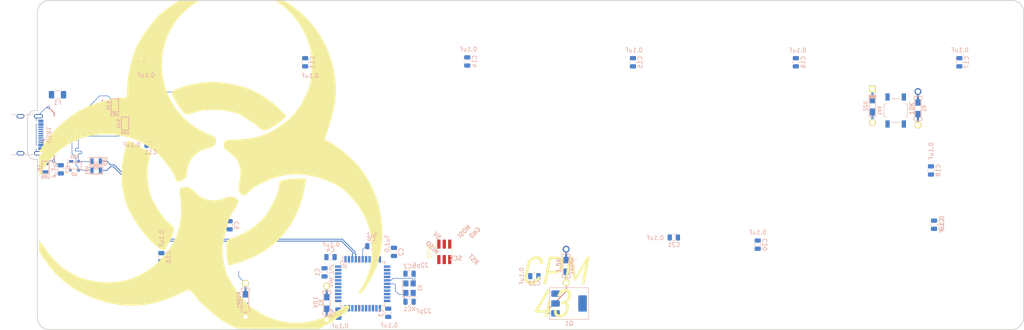
<source format=kicad_pcb>
(kicad_pcb (version 20221018) (generator pcbnew)
  (layers (0 "F.Cu" signal) (31 "B.Cu" signal) (34 "B.Paste" user) (35 "F.Paste" user) (36 "B.SilkS" user "B.Silkscreen") (37 "F.SilkS" user "F.Silkscreen") (38 "B.Mask" user) (39 "F.Mask" user) (44 "Edge.Cuts" user))
  (net 0 "")
  (net 1 "+5V")
  (net 2 "GND")
  (net 3 "ROW0")
  (net 4 "Net-(D13-Pad2)")
  (net 5 "ROW1")
  (net 6 "Net-(D22-Pad2)")
  (net 7 "ROW2")
  (net 8 "ROW3")
  (net 9 "VCC")
  (net 10 "Net-(LED1-Pad4)")
  (net 11 "COL0")
  (net 12 "COL1")
  (net 13 "COL2")
  (net 14 "COL3")
  (net 15 "COL4")
  (net 16 "COL5")
  (net 17 "COL6")
  (net 18 "COL7")
  (net 19 "COL8")
  (net 20 "COL9")
  (net 21 "COL10")
  (net 22 "COL11")
  (net 23 "LEDPWM")
  (net 24 "LEDGND")
  (net 25 "RST")
  (net 26 "RGBIN")
  (net 27 "MOSI")
  (net 28 "SCK")
  (net 29 "MISO")
  (net 30 "D+")
  (net 31 "D-")
  (net 32 "Net-(U1-UCAP)")
  (net 33 "Net-(USB1-SHIELD)")
  (net 34 "Net-(J1-Pin_2)")
  (net 35 "Net-(J1-Pin_3)")
  (net 36 "Net-(Q1-B)")
  (net 37 "Net-(U1-(~{HWB})PE2)")
  (net 42 "Net-(U1-XTAL1)")
  (net 43 "Net-(U1-XTAL2)")
  (net 45 "Net-(USB1-CC2)")
  (net 46 "Net-(USB1-CC1)")
  (footprint "Keebio-Parts:Diode-Hybrid-Back" (layer "F.Cu") (at 227.9015 84.7725 90)
    (fp_text reference "D22")
    (fp_text value "D" hide)
  )
  (footprint "Keebio-Parts:Resistor-Hybrid-Back" (layer "F.Cu") (at 156.5148 122.0724 90)
    (fp_text reference "NPNR1")
    (fp_text value "1.5k" hide)
  )
  (footprint "Keebio-Parts:Resistor-Hybrid-Back" (layer "F.Cu") (at 238.506 85.344 90)
    (fp_text reference "R1")
    (fp_text value "10k" hide)
  )
  (footprint "Keebio-Parts:Resistor-Hybrid-Back" (layer "F.Cu") (at 100.711 130.7084 -90)
    (fp_text reference "R2")
    (fp_text value "10k" hide)
  )
  (footprint "Keebio-Parts:Resistor-Hybrid-Back" (layer "F.Cu") (at 81.788 130.048 -90)
    (fp_text reference "RGBR1")
    (fp_text value "470" hide)
  )
  (footprint "Mixed Lib:CPM12deg" (layer "F.Cu") (at 74.549 97.79)
    (fp_text reference "G***" hide)
    (fp_text value "LOGO" hide)
  )
  (footprint "Mixed Lib:CPMtitle4" (layer "F.Cu") (at 158.623 122.3645)
    (fp_text reference "G***" hide)
    (fp_text value "LOGO" hide)
  )
  (footprint "Connector_PinSocket_1.27mm:PinSocket_2x03_P1.27mm_Vertical_SMD" (layer "F.Cu") (at 128.1176 118.7958 90)
    (fp_text reference "SPI1")
    (fp_text value "2x3 SPI")
  )
  (footprint "Capacitor_SMD:C_0805_2012Metric" (layer "B.Cu") (at 100.203 123.571 -90)
    (fp_text reference "C1")
    (fp_text value "0.1uf")
  )
  (footprint "Capacitor_SMD:C_0805_2012Metric" (layer "B.Cu") (at 116.38534 118.80596 90)
    (fp_text reference "C2")
    (fp_text value "0.1uF")
  )
  (footprint "Capacitor_SMD:C_0805_2012Metric" (layer "B.Cu") (at 115.0493 132.9944 -90)
    (fp_text reference "C3")
    (fp_text value "0.1uF")
  )
  (footprint "Capacitor_SMD:C_0805_2012Metric" (layer "B.Cu") (at 101.6 120.015 180)
    (fp_text reference "C4")
    (fp_text value "4.7uF")
  )
  (footprint "Capacitor_SMD:C_0805_2012Metric" (layer "B.Cu") (at 38.735 99.568 90)
    (fp_text reference "C7")
    (fp_text value "4.7uF")
  )
  (footprint "Capacitor_SMD:C_0805_2012Metric" (layer "B.Cu") (at 78.0796 112.5982 90)
    (fp_text reference "C9")
    (fp_text value "0.1uF")
  )
  (footprint "Capacitor_SMD:C_0805_2012Metric" (layer "B.Cu") (at 62.1792 120.0404 90)
    (fp_text reference "C10")
    (fp_text value "0.1uF")
  )
  (footprint "Capacitor_SMD:C_0805_2012Metric" (layer "B.Cu") (at 59.69 93.853)
    (fp_text reference "C11")
    (fp_text value "0.1uF")
  )
  (footprint "Capacitor_SMD:C_0805_2012Metric" (layer "B.Cu") (at 57.404 74.422 90)
    (fp_text reference "C12" hide)
    (fp_text value "0.1uF")
  )
  (footprint "Capacitor_SMD:C_0805_2012Metric" (layer "B.Cu") (at 95.6945 74.6125 90)
    (fp_text reference "C13")
    (fp_text value "0.1uF")
  )
  (footprint "Capacitor_SMD:C_0805_2012Metric" (layer "B.Cu") (at 133.477 74.422 90)
    (fp_text reference "C14")
    (fp_text value "0.1uF")
  )
  (footprint "Capacitor_SMD:C_0805_2012Metric" (layer "B.Cu") (at 172.085 74.6125 90)
    (fp_text reference "C15")
    (fp_text value "0.1uF")
  )
  (footprint "Capacitor_SMD:C_0805_2012Metric" (layer "B.Cu") (at 248.158 74.6125 90)
    (fp_text reference "C17")
    (fp_text value "0.1uF")
  )
  (footprint "Capacitor_SMD:C_0805_2012Metric" (layer "B.Cu") (at 241.554 99.822 90)
    (fp_text reference "C18")
    (fp_text value "0.1uF")
  )
  (footprint "Capacitor_SMD:C_0805_2012Metric" (layer "B.Cu") (at 242.2652 112.4712 90)
    (fp_text reference "C19")
    (fp_text value "0.1uF")
  )
  (footprint "Capacitor_SMD:C_0805_2012Metric" (layer "B.Cu") (at 201.168 117.114 90)
    (fp_text reference "C20")
    (fp_text value "0.1uF")
  )
  (footprint "Capacitor_SMD:C_0805_2012Metric" (layer "B.Cu") (at 181.61 115.443)
    (fp_text reference "C21")
    (fp_text value "0.1uF")
  )
  (footprint "Capacitor_SMD:C_0805_2012Metric" (layer "B.Cu") (at 149.098 124.46)
    (fp_text reference "C22")
    (fp_text value "0.1uF")
  )
  (footprint "miketronic_fplib:SW_SPST_TL3342" (layer "B.Cu") (at 233.3244 85.852 -90)
    (fp_text reference "SW1")
    (fp_text value "SW_PUSH")
  )
  (footprint "Keebio-Parts:TQFP-44_10x10mm_Pitch0.8mm" (layer "B.Cu") (at 109.093 126.238 -90)
    (fp_text reference "U1")
    (fp_text value "ATmega32U4")
  )
  (footprint "PCM_Package_TO_SOT_SMD_AKL:SOT-223-3_TabPin2" (layer "B.Cu") (at 157.19552 130.83032)
    (fp_text reference "Q1")
    (fp_text value "Q_NPN_BCE" hide)
  )
  (footprint "Capacitor_SMD:C_0805_2012Metric" (layer "B.Cu") (at 120.015 123.8758 180)
    (fp_text reference "XC2")
    (fp_text value "22pF")
  )
  (footprint "Connector_USB:USB_C_Receptacle_GCT_USB4105-xx-A_16P_TopMnt_Horizontal" (layer "B.Cu") (at 30.4165 91.5035 90)
    (fp_text reference "USB1")
    (fp_text value "HRO-TYPE-C-31-M-12")
  )
  (footprint "Keebio-Parts:Crystal_SMD_3225-4pin_3.2x2.5mm" (layer "B.Cu") (at 120.015 127.254 90)
    (fp_text reference "X1")
    (fp_text value "Crystal_GND24")
  )
  (footprint "Capacitor_SMD:C_0805_2012Metric" (layer "B.Cu") (at 210.058 74.6125 90)
    (fp_text reference "C16")
    (fp_text value "0.1uF")
  )
  (footprint "Capacitor_SMD:C_0805_2012Metric" (layer "B.Cu") (at 111.125 117.475 180)
    (fp_text reference "C6")
    (fp_text value "1uF")
  )
  (footprint "Keebio-Parts:SOT-143B" (layer "B.Cu") (at 41.91 98.7425)
    (fp_text reference "U2")
    (fp_text value "PRTR5V0U2X" hide)
  )
  (footprint "Fuse:Fuse_1206_3216Metric" (layer "B.Cu") (at 37.973 82.169)
    (fp_text reference "F1")
    (fp_text value "500mA Hold")
  )
  (footprint "Keebio-Parts:R_0805" (layer "B.Cu") (at 46.99 99.80676)
    (fp_text reference "UR1")
    (fp_text value "22")
  )
  (footprint "Keebio-Parts:R_0805" (layer "B.Cu") (at 46.99 97.663 180)
    (fp_text reference "UR2")
    (fp_text value "22")
  )
  (footprint "Keebio-Parts:R_0805" (layer "B.Cu") (at 51.34864 84.66582 90)
    (fp_text reference "UR3")
    (fp_text value "5.1k")
  )
  (footprint "Keebio-Parts:R_0805" (layer "B.Cu") (at 35.179 99.187 90)
    (fp_text reference "UR5")
    (fp_text value "1M")
  )
  (footprint "Keebio-Parts:R_0805" (layer "B.Cu") (at 53.721 88.9 90)
    (fp_text reference "UR4")
    (fp_text value "5.1k")
  )
  (footprint "Capacitor_SMD:C_0805_2012Metric" (layer "B.Cu") (at 103.44404 133.18744 -90)
    (fp_text reference "C5")
    (fp_text value "0.1uF")
  )
  (footprint "Capacitor_SMD:C_0805_2012Metric" (layer "B.Cu") (at 120.015 130.429)
    (fp_text reference "XC1")
    (fp_text value "22pF")
  )
  (gr_arc (start 36.068 136.906) (mid 34.092344 136.087656) (end 33.274 134.112) (stroke (width 0.2)) (layer "Edge.Cuts"))
  (gr_arc (start 263.144 134.112) (mid 262.325656 136.087656) (end 260.35 136.906) (stroke (width 0.2)) (layer "Edge.Cuts"))
  (gr_arc (start 260.35 60.198) (mid 262.325656 61.016344) (end 263.144 62.992) (stroke (width 0.2)) (layer "Edge.Cuts"))
  (gr_arc (start 30.988 87.63) (mid 31.508764 86.372764) (end 32.766 85.852) (stroke (width 0.2)) (layer "Edge.Cuts"))
  (gr_arc (start 32.766 97.282) (mid 31.508764 96.761236) (end 30.988 95.504) (stroke (width 0.2)) (layer "Edge.Cuts"))
  (gr_line (start 33.274 62.992) (end 33.274 85.852) (stroke (width 0.2)) (layer "Edge.Cuts"))
  (gr_line (start 260.35 136.906) (end 36.068 136.906) (stroke (width 0.2)) (layer "Edge.Cuts"))
  (gr_line (start 32.766 85.852) (end 33.274 85.852) (stroke (width 0.2)) (layer "Edge.Cuts"))
  (gr_line (start 36.068 60.198) (end 260.35 60.198) (stroke (width 0.2)) (layer "Edge.Cuts"))
  (gr_arc (start 33.274 62.992) (mid 34.092344 61.016344) (end 36.068 60.198) (stroke (width 0.2)) (layer "Edge.Cuts"))
  (gr_line (start 263.144 62.992) (end 263.144 134.112) (stroke (width 0.2)) (layer "Edge.Cuts"))
  (gr_line (start 33.274 97.282) (end 33.274 134.112) (stroke (width 0.2)) (layer "Edge.Cuts"))
  (gr_line (start 33.274 97.282) (end 32.766 97.282) (stroke (width 0.2)) (layer "Edge.Cuts"))
  (gr_line (start 30.988 87.63) (end 30.988 95.504) (stroke (width 0.2)) (layer "Edge.Cuts"))
  (gr_text "RST\n" (at 134.9502 120.5992 -45) (layer "B.SilkS") (effects (font (size 1 1) (thickness 0.2)) (justify mirror)))
  (gr_text "0.1uF" (at 55.245 93.8022) (layer "B.SilkS") (effects (font (size 1 1)) (justify mirror)))
  (gr_text "0.1uF" (at 62.23508 115.74272 90) (layer "B.SilkS") (effects (font (size 1 1)) (justify mirror)))
  (gr_text "0.1uF" (at 248.24436 71.74992) (layer "B.SilkS") (effects (font (size 1 1)) (justify mirror)))
  (gr_text "0.1uF" (at 177.22088 115.5192) (layer "B.SilkS") (effects (font (size 1 1)) (justify mirror)))
  (gr_text "0.1uF" (at 146.1262 124.50572 90) (layer "B.SilkS") (effects (font (size 1 1)) (justify mirror)))
  (gr_text "0.1uF" (at 114.85372 116.84508 90) (layer "B.SilkS") (effects (font (size 1 1))))
  (gr_text "0.1uF" (at 244.08384 112.44072 90) (layer "B.SilkS") (effects (font (size 1 1)) (justify mirror)))
  (gr_text "0.1uF" (at 201.13752 114.2492) (layer "B.SilkS") (effects (font (size 1 1)) (justify mirror)))
  (gr_text "0.1uF" (at 103.74884 136.05764) (layer "B.SilkS") (effects (font (size 1 1)) (justify mirror)))
  (gr_text "4.7uF\n" (at 37.2364 99.4918 90) (layer "B.SilkS") (effects (font (size 1 1) (thickness 0.2))))
  (gr_text "10K\n" (at 98.1456 130.6322 90) (layer "B.SilkS") (effects (font (size 1 1)) (justify mirror)))
  (gr_text "0.1uF" (at 101.69906 117.06606) (layer "B.SilkS") (effects (font (size 1 1)) (justify mirror)))
  (gr_text "0.1uF" (at 241.56416 95.33636 90) (layer "B.SilkS") (effects (font (size 1 1)) (justify mirror)))
  (gr_text "1uF" (at 111.3282 114.8334) (layer "B.SilkS") (effects (font (size 1 1))))
  (gr_text "0.1uF" (at 115.2398 135.91032) (layer "B.SilkS") (effects (font (size 1 1)) (justify mirror)))
  (gr_text "4.7uF" (at 101.78796 123.54814 270) (layer "B.SilkS") (effects (font (size 1 1)) (justify mirror)))
  (gr_text "0.1uF" (at 96.8248 77.74432) (layer "B.SilkS") (effects (font (size 1 1)) (justify mirror)))
  (gr_text "0.1uF" (at 210.44408 71.80072) (layer "B.SilkS") (effects (font (size 1 1)) (justify mirror)))
  (gr_text "0.1uF" (at 133.71576 71.5772) (layer "B.SilkS") (effects (font (size 1 1)) (justify mirror)))
  (gr_text "0.1uF" (at 172.27804 71.76516) (layer "B.SilkS") (effects (font (size 1 1)) (justify mirror)))
  (gr_text "10K\n" (at 237.07344 85.36432 90) (layer "B.SilkS") (effects (font (size 1 1) (thickness 0.2))))
  (gr_text "22pF\n" (at 123.2662 132.6007) (layer "B.SilkS") (effects (font (size 1 1)) (justify mirror)))
  (gr_text "1.5K\n\n" (at 155.64104 121.91492 90) (layer "B.SilkS") (effects (font (size 1 1) (thickness 0.2))))
  (gr_text "22pF\n" (at 122.61088 121.93016) (layer "B.SilkS") (effects (font (size 1 1)) (justify mirror)))
  (gr_text "5V\n" (at 126.4285 115.062 -45) (layer "B.SilkS") (effects (font (size 1 1) (thickness 0.2)) (justify mirror)))
  (gr_text "MOSI" (at 132.7531 114.046 45) (layer "B.SilkS") (effects (font (size 1 1) (thickness 0.2)) (justify mirror)))
  (gr_text "MISO" (at 125.3236 117.8179 -45) (layer "B.SilkS") (effects (font (size 1 1) (thickness 0.2)) (justify mirror)))
  (gr_text "SCK" (at 130.77952 120.30456) (layer "B.SilkS") (effects (font (size 1 1) (thickness 0.2)) (justify mirror)))
  (gr_text "GND" (at 135.2677 114.3762 45) (layer "B.SilkS") (effects (font (size 1 1) (thickness 0.2)) (justify mirror)))
  (gr_text "0.1uF" (at 58.58256 77.60716) (layer "B.SilkS") (effects (font (size 1 1)) (justify mirror)))
  (segment (start 48.39996 83.36196) (end 48.39996 84.40648) (width 0.127) (layer "F.Cu") (net 4))
  (segment (start 48.4124 83.79892) (end 48.43996 83.82648) (width 0.127) (layer "F.Cu") (net 4))
  (segment (start 81.788 126.148) (end 80.2015 124.5615) (width 0.127) (layer "B.Cu") (net 10))
  (segment (start 80.2015 124.5615) (end 80.2015 123.304) (width 0.127) (layer "B.Cu") (net 10))
  (segment (start 104.3602 115.853) (end 64.2282 115.853) (width 0.2) (layer "B.Cu") (net 30))
  (segment (start 56.994 108.6188) (end 56.994 104.3008) (width 0.2) (layer "B.Cu") (net 30))
  (segment (start 50.311881 98.50988) (end 49.465001 97.663) (width 0.2) (layer "B.Cu") (net 30))
  (segment (start 49.465001 97.663) (end 48.34 97.663) (width 0.2) (layer "B.Cu") (net 30))
  (segment (start 51.20308 98.50988) (end 50.311881 98.50988) (width 0.2) (layer "B.Cu") (net 30))
  (segment (start 56.994 104.3008) (end 51.20308 98.50988) (width 0.2) (layer "B.Cu") (net 30))
  (segment (start 64.2282 115.853) (end 56.994 108.6188) (width 0.2) (layer "B.Cu") (net 30))
  (segment (start 107.31775 118.81055) (end 104.3602 115.853) (width 0.2) (layer "B.Cu") (net 30))
  (segment (start 107.4928 120.523) (end 107.4928 119.379999) (width 0.2) (layer "B.Cu") (net 30))
  (segment (start 107.4928 119.379999) (end 107.31775 119.204949) (width 0.2) (layer "B.Cu") (net 30))
  (segment (start 107.31775 119.204949) (end 107.31775 118.81055) (width 0.2) (layer "B.Cu") (net 30))
  (segment (start 57.791832 110.293215) (end 57.762685 110.353741) (width 0.2) (layer "B.Cu") (net 31))
  (segment (start 57.621432 110.665371) (end 57.63638 110.730865) (width 0.2) (layer "B.Cu") (net 31))
  (segment (start 57.665528 110.791391) (end 57.707413 110.843914) (width 0.2) (layer "B.Cu") (net 31))
  (segment (start 58.018628 110.914946) (end 58.079154 110.885799) (width 0.2) (layer "B.Cu") (net 31))
  (segment (start 104.1738 116.303) (end 106.86775 118.99695) (width 0.2) (layer "B.Cu") (net 31))
  (segment (start 57.707413 110.843914) (end 57.759935 110.885799) (width 0.2) (layer "B.Cu") (net 31))
  (segment (start 57.806781 110.160542) (end 57.806781 110.227721) (width 0.2) (layer "B.Cu") (net 31))
  (segment (start 58.323605 110.744546) (end 58.390784 110.744546) (width 0.2) (layer "B.Cu") (net 31))
  (segment (start 58.131677 110.843914) (end 58.145063 110.830527) (width 0.2) (layer "B.Cu") (net 31))
  (segment (start 56.544 104.4872) (end 56.544 108.8052) (width 0.2) (layer "B.Cu") (net 31))
  (segment (start 58.197585 110.788642) (end 58.258111 110.759494) (width 0.2) (layer "B.Cu") (net 31))
  (segment (start 51.01668 98.95988) (end 56.544 104.4872) (width 0.2) (layer "B.Cu") (net 31))
  (segment (start 57.820461 110.914946) (end 57.885955 110.929895) (width 0.2) (layer "B.Cu") (net 31))
  (segment (start 58.079154 110.885799) (end 58.131677 110.843914) (width 0.2) (layer "B.Cu") (net 31))
  (segment (start 57.791832 110.095048) (end 57.806781 110.160542) (width 0.2) (layer "B.Cu") (net 31))
  (segment (start 58.569328 110.830528) (end 64.0418 116.303) (width 0.2) (layer "B.Cu") (net 31))
  (segment (start 57.707413 110.41965) (end 57.665528 110.472172) (width 0.2) (layer "B.Cu") (net 31))
  (segment (start 48.34 99.80676) (end 49.465001 99.80676) (width 0.2) (layer "B.Cu") (net 31))
  (segment (start 106.6927 119.379999) (end 106.6927 120.523) (width 0.2) (layer "B.Cu") (net 31))
  (segment (start 58.516804 110.788642) (end 58.569328 110.830528) (width 0.2) (layer "B.Cu") (net 31))
  (segment (start 57.7208 109.982) (end 57.762685 110.034522) (width 0.2) (layer "B.Cu") (net 31))
  (segment (start 57.885955 110.929895) (end 57.953134 110.929895) (width 0.2) (layer "B.Cu") (net 31))
  (segment (start 57.63638 110.730865) (end 57.665528 110.791391) (width 0.2) (layer "B.Cu") (net 31))
  (segment (start 57.762685 110.353741) (end 57.7208 110.406264) (width 0.2) (layer "B.Cu") (net 31))
  (segment (start 106.86775 118.99695) (end 106.86775 119.204949) (width 0.2) (layer "B.Cu") (net 31))
  (segment (start 58.145063 110.830527) (end 58.197585 110.788642) (width 0.2) (layer "B.Cu") (net 31))
  (segment (start 49.465001 99.80676) (end 50.311881 98.95988) (width 0.2) (layer "B.Cu") (net 31))
  (segment (start 57.759935 110.885799) (end 57.820461 110.914946) (width 0.2) (layer "B.Cu") (net 31))
  (segment (start 58.258111 110.759494) (end 58.323605 110.744546) (width 0.2) (layer "B.Cu") (net 31))
  (segment (start 64.0418 116.303) (end 104.1738 116.303) (width 0.2) (layer "B.Cu") (net 31))
  (segment (start 57.762685 110.034522) (end 57.791832 110.095048) (width 0.2) (layer "B.Cu") (net 31))
  (segment (start 57.665528 110.472172) (end 57.63638 110.532698) (width 0.2) (layer "B.Cu") (net 31))
  (segment (start 57.7208 110.406264) (end 57.707413 110.41965) (width 0.2) (layer "B.Cu") (net 31))
  (segment (start 58.456278 110.759494) (end 58.516804 110.788642) (width 0.2) (layer "B.Cu") (net 31))
  (segment (start 50.311881 98.95988) (end 51.01668 98.95988) (width 0.2) (layer "B.Cu") (net 31))
  (segment (start 57.63638 110.532698) (end 57.621432 110.598192) (width 0.2) (layer "B.Cu") (net 31))
  (segment (start 57.621432 110.598192) (end 57.621432 110.665371) (width 0.2) (layer "B.Cu") (net 31))
  (segment (start 57.953134 110.929895) (end 58.018628 110.914946) (width 0.2) (layer "B.Cu") (net 31))
  (segment (start 56.544 108.8052) (end 57.7208 109.982) (width 0.2) (layer "B.Cu") (net 31))
  (segment (start 106.86775 119.204949) (end 106.6927 119.379999) (width 0.2) (layer "B.Cu") (net 31))
  (segment (start 58.390784 110.744546) (end 58.456278 110.759494) (width 0.2) (layer "B.Cu") (net 31))
  (segment (start 57.806781 110.227721) (end 57.791832 110.293215) (width 0.2) (layer "B.Cu") (net 31))
  (segment (start 109.093 120.523) (end 109.093 118.257) (width 0.127) (layer "B.Cu") (net 32))
  (segment (start 109.093 118.257) (end 109.875 117.475) (width 0.127) (layer "B.Cu") (net 32))
  (segment (start 35.288211 96.421426) (end 34.599385 95.7326) (width 0.127) (layer "F.Cu") (net 33))
  (segment (start 34.599385 95.7326) (end 34.599385 92.964) (width 0.127) (layer "F.Cu") (net 33))
  (segment (start 35.288211 98.331517) (end 35.288211 96.421426) (width 0.127) (layer "F.Cu") (net 33))
  (segment (start 37.1965 97.4235) (end 37.084 97.536) (width 0.127) (layer "F.Cu") (net 33))
  (segment (start 34.599385 92.964) (end 35.052 92.456) (width 0.127) (layer "F.Cu") (net 33))
  (segment (start 35.8902 85.1408) (end 37.1965 86.4471) (width 0.127) (layer "F.Cu") (net 33))
  (segment (start 37.1965 95.8235) (end 37.1965 97.4235) (width 0.127) (layer "F.Cu") (net 33))
  (segment (start 37.1965 86.4471) (end 37.1965 87.1835) (width 0.127) (layer "F.Cu") (net 33))
  (via (at 37.084 97.536) (size 0.6) (drill 0.3) (layers "F.Cu" "B.Cu") (net 33))
  (via (at 35.8902 85.1408) (size 0.6) (drill 0.3) (layers "F.Cu" "B.Cu") (net 33))
  (segment (start 35.3592 85.1408) (end 35.8902 85.1408) (width 0.127) (layer "B.Cu") (net 33))
  (segment (start 33.3165 87.1835) (end 33.0165 87.1835) (width 0.127) (layer "B.Cu") (net 33))
  (segment (start 33.0165 95.8235) (end 33.3165 95.8235) (width 0.127) (layer "B.Cu") (net 33))
  (segment (start 37.084 97.536) (end 37.866 98.318) (width 0.127) (layer "B.Cu") (net 33))
  (segment (start 35.48 97.536) (end 35.179 97.837) (width 0.127) (layer "B.Cu") (net 33))
  (segment (start 37.084 97.536) (end 35.48 97.536) (width 0.127) (layer "B.Cu") (net 33))
  (segment (start 33.3165 95.8235) (end 35.179 97.686) (width 0.127) (layer "B.Cu") (net 33))
  (segment (start 37.866 98.318) (end 38.735 98.318) (width 0.127) (layer "B.Cu") (net 33))
  (segment (start 33.3165 87.1835) (end 35.3592 85.1408) (width 0.127) (layer "B.Cu") (net 33))
  (segment (start 33.0165 87.1835) (end 33.0165 95.8235) (width 0.127) (layer "B.Cu") (net 33))
  (segment (start 35.179 97.686) (end 35.179 97.837) (width 0.127) (layer "B.Cu") (net 33))
  (segment (start 42.1894 90.551) (end 41.9608 91.9226) (width 0.127) (layer "F.Cu") (net 34))
  (segment (start 41.9608 91.9226) (end 41.1988 91.9226) (width 0.127) (layer "F.Cu") (net 34))
  (via (at 42.1894 90.551) (size 0.6) (drill 0.3) (layers "F.Cu" "B.Cu") (net 34))
  (via (at 41.1988 91.9226) (size 0.6) (drill 0.3) (layers "F.Cu" "B.Cu") (net 34))
  (segment (start 40.1547 92.0623) (end 39.9635 92.2535) (width 0.127) (layer "B.Cu") (net 34))
  (segment (start 52.896079 84.289321) (end 55.9562 81.2292) (width 0.127) (layer "B.Cu") (net 34))
  (segment (start 42.86 99.7425) (end 45.57574 99.7425) (width 0.127) (layer "B.Cu") (net 34))
  (segment (start 41.3385 95.8596) (end 41.3385 92.4433) (width 0.127) (layer "B.Cu") (net 34))
  (segment (start 41.3385 92.4433) (end 40.9575 92.0623) (width 0.127) (layer "B.Cu") (net 34))
  (segment (start 40.9575 92.0623) (end 40.1547 92.0623) (width 0.127) (layer "B.Cu") (net 34))
  (segment (start 37.2595 92.2535) (end 38.6115 92.2535) (width 0.127) (layer "B.Cu") (net 34))
  (segment (start 42.2656 96.7867) (end 41.3385 95.8596) (width 0.127) (layer "B.Cu") (net 34))
  (segment (start 37.144218 91.694) (end 37.162999 91.694) (width 0.127) (layer "B.Cu") (net 34))
  (segment (start 37.162999 92.156999) (end 37.2595 92.2535) (width 0.127) (layer "B.Cu") (net 34))
  (segment (start 42.7291 99.0155) (end 42.2656 98.552) (width 0.127) (layer "B.Cu") (net 34))
  (segment (start 42.2656 98.552) (end 42.2656 96.7867) (width 0.127) (layer "B.Cu") (net 34))
  (segment (start 42.86 99.7425) (end 42.7291 99.6116) (width 0.127) (layer "B.Cu") (net 34))
  (segment (start 42.7291 99.6116) (end 42.7291 99.0155) (width 0.127) (layer "B.Cu") (net 34))
  (segment (start 37.2595 91.2535) (end 37.162999 91.350001) (width 0.127) (layer "B.Cu") (net 34))
  (segment (start 44.6278 91.1352) (end 46.952994 91.1352) (width 0.127) (layer "B.Cu") (net 34))
  (segment (start 40.9575 92.0623) (end 41.0591 92.0623) (width 0.127) (layer "B.Cu") (net 34))
  (segment (start 45.57574 99.7425) (end 45.64 99.80676) (width 0.127) (layer "B.Cu") (net 34))
  (segment (start 50.838679 84.289321) (end 52.896079 84.289321) (width 0.127) (layer "B.Cu") (net 34))
  (segment (start 41.0591 92.0623) (end 41.1988 91.9226) (width 0.127) (layer "B.Cu") (net 34))
  (segment (start 38.6115 91.2535) (end 37.2595 91.2535) (width 0.127) (layer "B.Cu") (net 34))
  (segment (start 49.594448 88.493746) (end 49.594448 85.533552) (width 0.127) (layer "B.Cu") (net 34))
  (segment (start 55.9562 81.2292) (end 63.119 81.2292) (width 0.127) (layer "B.Cu") (net 34))
  (segment (start 37.162999 91.350001) (end 37.162999 91.694) (width 0.127) (layer "B.Cu") (net 34))
  (segment (start 39.9635 92.2535) (end 38.6115 92.2535) (width 0.127) (layer "B.Cu") (net 34))
  (segment (start 49.594448 85.533552) (end 50.838679 84.289321) (width 0.127) (layer "B.Cu") (net 34))
  (segment (start 37.162999 91.694) (end 37.162999 92.156999) (width 0.127) (layer "B.Cu") (net 34))
  (segment (start 44.0436 90.551) (end 44.6278 91.1352) (width 0.127) (layer "B.Cu") (net 34))
  (segment (start 42.1894 90.551) (end 44.0436 90.551) (width 0.127) (layer "B.Cu") (net 34))
  (segment (start 46.952994 91.1352) (end 49.594448 88.493746) (width 0.127) (layer "B.Cu") (net 34))
  (segment (start 50.985827 84.576331) (end 53.015469 84.576331) (width 0.127) (layer "B.Cu") (net 35))
  (segment (start 41.529 91.186) (end 40.060001 91.186) (width 0.127) (layer "B.Cu") (net 35))
  (segment (start 41.529 91.186) (end 44.196 91.186) (width 0.127) (layer "B.Cu") (net 35))
  (segment (start 42.852479 94.481956) (end 42.86 94.4152) (width 0.127) (layer "B.Cu") (net 35))
  (segment (start 42.92545 96.028153) (end 42.972953 95.98065) (width 0.127) (layer "B.Cu") (net 35))
  (segment (start 42.093845 95.081956) (end 42.086323 95.0152) (width 0.127) (layer "B.Cu") (net 35))
  (segment (start 42.319567 95.307678) (end 42.256158 95.28549) (width 0.127) (layer "B.Cu") (net 35))
  (segment (start 43.093243 95.922721) (end 43.16 95.9152) (width 0.127) (layer "B.Cu") (net 35))
  (segment (start 43.463842 95.344909) (end 43.400433 95.322721) (width 0.127) (layer "B.Cu") (net 35))
  (segment (start 40.060001 91.186) (end 40.060001 91.656999) (width 0.127) (layer "B.Cu") (net 35))
  (segment (start 56.0578 81.534) (end 65.659 81.534) (width 0.127) (layer "B.Cu") (net 35))
  (segment (start 43.603967 95.485034) (end 43.568226 95.428153) (width 0.127) (layer "B.Cu") (net 35))
  (segment (start 43.626155 95.681956) (end 43.633677 95.6152) (width 0.127) (layer "B.Cu") (net 35))
  (segment (start 42.830291 94.545365) (end 42.852479 94.481956) (width 0.127) (layer "B.Cu") (net 35))
  (segment (start 38.6115 90.7535) (end 39.9635 90.7535) (width 0.127) (layer "B.Cu") (net 35))
  (segment (start 42.86 97.7425) (end 45.5605 97.7425) (width 0.127) (layer "B.Cu") (net 35))
  (segment (start 42.747047 94.649749) (end 42.79455 94.602246) (width 0.127) (layer "B.Cu") (net 35))
  (segment (start 43.520723 95.38065) (end 43.463842 95.344909) (width 0.127) (layer "B.Cu") (net 35))
  (segment (start 43.568226 95.428153) (end 43.520723 95.38065) (width 0.127) (layer "B.Cu") (net 35))
  (segment (start 42.151774 94.828153) (end 42.199277 94.78065) (width 0.127) (layer "B.Cu") (net 35))
  (segment (start 42.690166 94.68549) (end 42.747047 94.649749) (width 0.127) (layer "B.Cu") (net 35))
  (segment (start 42.093845 94.948443) (end 42.116033 94.885034) (width 0.127) (layer "B.Cu") (net 35))
  (segment (start 49.881459 85.680699) (end 50.985827 84.576331) (width 0.127) (layer "B.Cu") (net 35))
  (segment (start 39.9635 90.7535) (end 40.060001 90.850001) (width 0.127) (layer "B.Cu") (net 35))
  (segment (start 43.568226 95.802246) (end 43.603967 95.745365) (width 0.127) (layer "B.Cu") (net 35))
  (segment (start 43.400433 95.907678) (end 43.463842 95.88549) (width 0.127) (layer "B.Cu") (net 35))
  (segment (start 42.86 92.517) (end 41.529 91.186) (width 0.127) (layer "B.Cu") (net 35))
  (segment (start 42.116033 94.885034) (end 42.151774 94.828153) (width 0.127) (layer "B.Cu") (net 35))
  (segment (start 44.45 91.44) (end 47.0916 91.44) (width 0.127) (layer "B.Cu") (net 35))
  (segment (start 42.086323 95.0152) (end 42.093845 94.948443) (width 0.127) (layer "B.Cu") (net 35))
  (segment (start 42.116033 95.145365) (end 42.093845 95.081956) (width 0.127) (layer "B.Cu") (net 35))
  (segment (start 42.79455 94.602246) (end 42.830291 94.545365) (width 0.127) (layer "B.Cu") (net 35))
  (segment (start 43.633677 95.6152) (end 43.626155 95.548443) (width 0.127) (layer "B.Cu") (net 35))
  (segment (start 43.029834 95.944909) (end 43.093243 95.922721) (width 0.127) (layer "B.Cu") (net 35))
  (segment (start 42.256158 95.28549) (end 42.199277 95.249749) (width 0.127) (layer "B.Cu") (net 35))
  (segment (start 43.520723 95.849749) (end 43.568226 95.802246) (width 0.127) (layer "B.Cu") (net 35))
  (segment (start 42.386323 95.3152) (end 42.319567 95.307678) (width 0.127) (layer "B.Cu") (net 35))
  (segment (start 39.9635 91.7535) (end 38.6115 91.7535) (width 0.127) (layer "B.Cu") (net 35))
  (segment (start 42.86 94.4152) (end 42.86 92.517) (width 0.127) (layer "B.Cu") (net 35))
  (segment (start 42.199277 94.78065) (end 42.256158 94.744909) (width 0.127) (layer "B.Cu") (net 35))
  (segment (start 43.603967 95.745365) (end 43.626155 95.681956) (width 0.127) (layer "B.Cu") (net 35))
  (segment (start 40.060001 90.850001) (end 40.060001 91.186) (width 0.127) (layer "B.Cu") (net 35))
  (segment (start 42.151774 95.202246) (end 42.116033 95.145365) (width 0.127) (layer "B.Cu") (net 35))
  (segment (start 43.463842 95.88549) (end 43.520723 95.849749) (width 0.127) (layer "B.Cu") (net 35))
  (segment (start 42.626757 94.707678) (end 42.690166 94.68549) (width 0.127) (layer "B.Cu") (net 35))
  (segment (start 42.386323 94.7152) (end 42.56 94.7152) (width 0.127) (layer "B.Cu") (net 35))
  (segment (start 42.256158 94.744909) (end 42.319567 94.722721) (width 0.127) (layer "B.Cu") (net 35))
  (segment (start 42.889709 96.085034) (end 42.92545 96.028153) (width 0.127) (layer "B.Cu") (net 35))
  (segment (start 42.86 97.7425) (end 42.86 96.2152) (width 0.127) (layer "B.Cu") (net 35))
  (segment (start 43.400433 95.322721) (end 43.333677 95.3152) (width 0.127) (layer "B.Cu") (net 35))
  (segment (start 42.199277 95.249749) (end 42.151774 95.202246) (width 0.127) (layer "B.Cu") (net 35))
  (segment (start 43.333677 95.3152) (end 42.386323 95.3152) (width 0.127) (layer "B.Cu") (net 35))
  (segment (start 42.56 94.7152) (end 42.626757 94.707678) (width 0.127) (layer "B.Cu") (net 35))
  (segment (start 49.881459 88.650141) (end 49.881459 85.680699) (width 0.127) (layer "B.Cu") (net 35))
  (segment (start 42.972953 95.98065) (end 43.029834 95.944909) (width 0.127) (layer "B.Cu") (net 35))
  (segment (start 47.0916 91.44) (end 49.881459 88.650141) (width 0.127) (layer "B.Cu") (net 35))
  (segment (start 42.867521 96.148443) (end 42.889709 96.085034) (width 0.127) (layer "B.Cu") (net 35))
  (segment (start 45.5605 97.7425) (end 45.64 97.663) (width 0.127) (layer "B.Cu") (net 35))
  (segment (start 43.626155 95.548443) (end 43.603967 95.485034) (width 0.127) (layer "B.Cu") (net 35))
  (segment (start 42.319567 94.722721) (end 42.386323 94.7152) (width 0.127) (layer "B.Cu") (net 35))
  (segment (start 43.333677 95.9152) (end 43.400433 95.907678) (width 0.127) (layer "B.Cu") (net 35))
  (segment (start 44.196 91.186) (end 44.45 91.44) (width 0.127) (layer "B.Cu") (net 35))
  (segment (start 43.16 95.9152) (end 43.333677 95.9152) (width 0.127) (layer "B.Cu") (net 35))
  (segment (start 42.86 96.2152) (end 42.867521 96.148443) (width 0.127) (layer "B.Cu") (net 35))
  (segment (start 40.060001 91.656999) (end 39.9635 91.7535) (width 0.127) (layer "B.Cu") (net 35))
  (segment (start 53.015469 84.576331) (end 56.0578 81.534) (width 0.127) (layer "B.Cu") (net 35))
  (segment (start 152.0698 132.443136) (end 156.591 127.921936) (width 0.127) (layer "F.Cu") (net 36))
  (segment (start 156.591 126.7968) (end 156.5148 125.9724) (width 0.127) (layer "F.Cu") (net 36))
  (segment (start 156.591 127.921936) (end 156.591 126.7968) (width 0.127) (layer "F.Cu") (net 36))
  (segment (start 152.0698 132.8674) (end 152.0698 132.443136) (width 0.127) (layer "F.Cu") (net 36))
  (via (at 152.0698 132.8674) (size 0.6) (drill 0.3) (layers "F.Cu" "B.Cu") (net 36))
  (segment (start 152.33272 133.13032) (end 152.0698 132.8674) (width 0.127) (layer "B.Cu") (net 36))
  (segment (start 154.04552 133.13032) (end 152.33272 133.13032) (width 0.127) (layer "B.Cu") (net 36))
  (segment (start 154.1382 133.223) (end 154.04552 133.13032) (width 0.127) (layer "B.Cu") (net 36))
  (segment (start 105.0925 132.5118) (end 104.655611 132.948689) (width 0.127) (layer "B.Cu") (net 37))
  (segment (start 102.328289 132.948689) (end 101.438 132.0584) (width 0.127) (layer "B.Cu") (net 37))
  (segment (start 104.655611 132.948689) (end 102.328289 132.948689) (width 0.127) (layer "B.Cu") (net 37))
  (segment (start 105.0925 131.953) (end 105.0925 132.5118) (width 0.127) (layer "B.Cu") (net 37))
  (segment (start 101.438 132.0584) (end 100.711 132.0584) (width 0.127) (layer "B.Cu") (net 37))
  (segment (start 116.713 126.492) (end 116.459 126.238) (width 0.127) (layer "B.Cu") (net 42))
  (segment (start 116.713 127.889) (end 116.713 126.492) (width 0.127) (layer "B.Cu") (net 42))
  (segment (start 117.528 128.704) (end 116.713 127.889) (width 0.127) (layer "B.Cu") (net 42))
  (segment (start 118.865 128.704) (end 117.528 128.704) (width 0.127) (layer "B.Cu") (net 42))
  (segment (start 118.765 128.804) (end 119.165 128.404) (width 0.127) (layer "B.Cu") (net 42))
  (segment (start 118.765 130.429) (end 118.765 128.804) (width 0.127) (layer "B.Cu") (net 42))
  (segment (start 116.459 126.238) (end 114.808 126.238) (width 0.127) (layer "B.Cu") (net 42))
  (segment (start 120.606 124.968) (end 120.865 125.227) (width 0.127) (layer "B.Cu") (net 43))
  (segment (start 115.697 125.4379) (end 116.1669 124.968) (width 0.127) (layer "B.Cu") (net 43))
  (segment (start 116.1669 124.968) (end 120.606 124.968) (width 0.127) (layer "B.Cu") (net 43))
  (segment (start 114.808 125.4379) (end 115.697 125.4379) (width 0.127) (layer "B.Cu") (net 43))
  (segment (start 120.865 125.227) (end 120.865 126.104) (width 0.127) (layer "B.Cu") (net 43))
  (segment (start 121.264999 123.8758) (end 121.264999 126.104) (width 0.127) (layer "B.Cu") (net 43))
  (segment (start 47.831838 82.43882) (end 49.69464 82.43882) (width 0.127) (layer "B.Cu") (net 45))
  (segment (start 44.831 86.233) (end 44.831 85.439658) (width 0.127) (layer "B.Cu") (net 45))
  (segment (start 49.69464 82.43882) (end 50.57164 83.31582) (width 0.127) (layer "B.Cu") (net 45))
  (segment (start 38.6115 89.7535) (end 41.3105 89.7535) (width 0.127) (layer "B.Cu") (net 45))
  (segment (start 41.3105 89.7535) (end 44.831 86.233) (width 0.127) (layer "B.Cu") (net 45))
  (segment (start 50.57164 83.31582) (end 51.34864 83.31582) (width 0.127) (layer "B.Cu") (net 45))
  (segment (start 44.831 85.439658) (end 47.831838 82.43882) (width 0.127) (layer "B.Cu") (net 45))
  (segment (start 40.5257 92.8116) (end 42.4053 92.8116) (width 0.127) (layer "F.Cu") (net 46))
  (segment (start 42.4053 92.8116) (end 43.3959 91.821) (width 0.127) (layer "F.Cu") (net 46))
  (via (at 40.5257 92.8116) (size 0.6) (drill 0.3) (layers "F.Cu" "B.Cu") (net 46))
  (via (at 43.3959 91.821) (size 0.6) (drill 0.3) (layers "F.Cu" "B.Cu") (net 46))
  (segment (start 40.4676 92.7535) (end 40.5257 92.8116) (width 0.127) (layer "B.Cu") (net 46))
  (segment (start 53.721 90.35) (end 53.721 90.25) (width 0.127) (layer "B.Cu") (net 46))
  (segment (start 43.3959 91.821) (end 52.25 91.821) (width 0.127) (layer "B.Cu") (net 46))
  (segment (start 52.25 91.821) (end 53.721 90.35) (width 0.127) (layer "B.Cu") (net 46))
  (segment (start 40.017177 92.7535) (end 40.4676 92.7535) (width 0.127) (layer "B.Cu") (net 46))
  (segment (start 40.017177 92.7535) (end 38.6115 92.7535) (width 0.127) (layer "B.Cu") (net 46))
)
</source>
